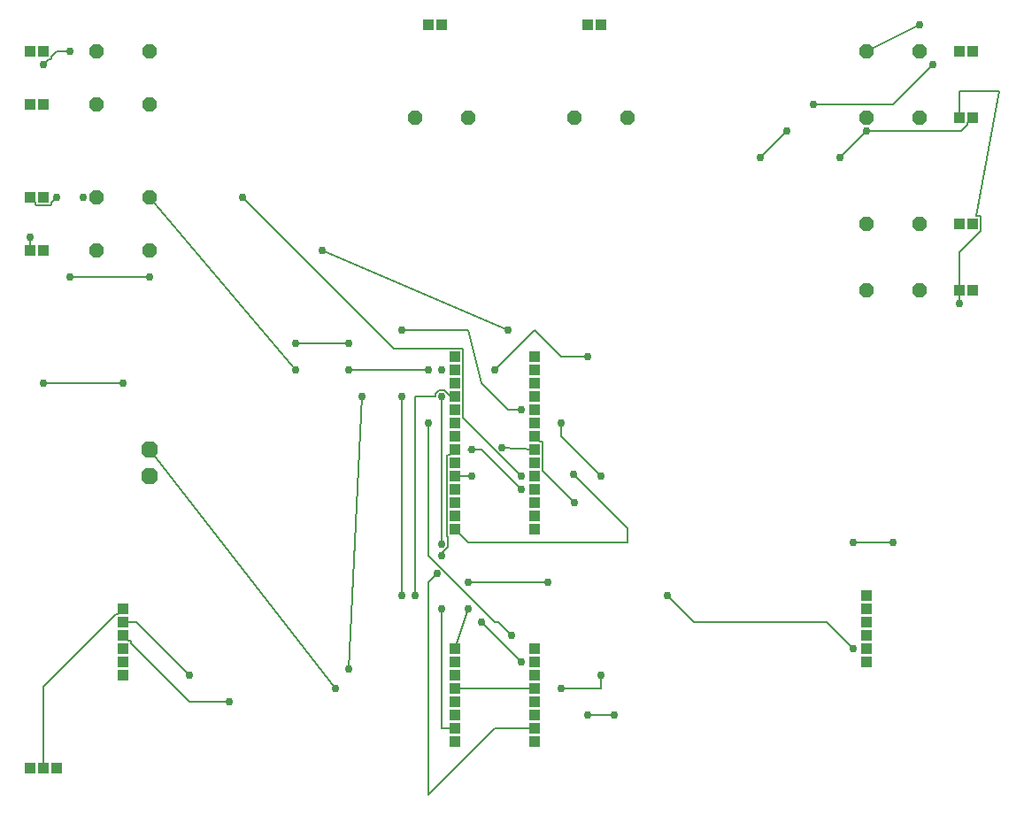
<source format=gbr>
G04 EAGLE Gerber X2 export*
%TF.Part,Single*%
%TF.FileFunction,Copper,L2,Bot,Mixed*%
%TF.FilePolarity,Positive*%
%TF.GenerationSoftware,Autodesk,EAGLE,9.0.1*%
%TF.CreationDate,2019-02-05T07:25:25Z*%
G75*
%MOMM*%
%FSLAX34Y34*%
%LPD*%
%AMOC8*
5,1,8,0,0,1.08239X$1,22.5*%
G01*
%ADD10R,1.108000X1.108000*%
%ADD11P,1.429621X8X22.500000*%
%ADD12P,1.732040X8X112.500000*%
%ADD13C,0.152400*%
%ADD14C,0.756400*%


D10*
X444500Y444500D03*
X444500Y431800D03*
X444500Y419100D03*
X444500Y406400D03*
X444500Y393700D03*
X444500Y381000D03*
X444500Y368300D03*
X444500Y355600D03*
X444500Y342900D03*
X444500Y330200D03*
X444500Y317500D03*
X444500Y304800D03*
X444500Y292100D03*
X444500Y279400D03*
X520700Y444500D03*
X520700Y431800D03*
X520700Y419100D03*
X520700Y406400D03*
X520700Y393700D03*
X520700Y381000D03*
X520700Y368300D03*
X520700Y355600D03*
X520700Y342900D03*
X520700Y330200D03*
X520700Y317500D03*
X520700Y304800D03*
X520700Y292100D03*
X520700Y279400D03*
X444500Y165100D03*
X444500Y152400D03*
X444500Y139700D03*
X444500Y127000D03*
X444500Y114300D03*
X444500Y101600D03*
X444500Y88900D03*
X444500Y76200D03*
X520700Y165100D03*
X520700Y152400D03*
X520700Y139700D03*
X520700Y127000D03*
X520700Y114300D03*
X520700Y101600D03*
X520700Y88900D03*
X520700Y76200D03*
X38100Y546100D03*
X50800Y546100D03*
X927100Y508000D03*
X939800Y508000D03*
X927100Y673100D03*
X939800Y673100D03*
X38100Y685800D03*
X50800Y685800D03*
X571500Y762000D03*
X584200Y762000D03*
X419100Y762000D03*
X431800Y762000D03*
X38100Y736600D03*
X50800Y736600D03*
X927100Y736600D03*
X939800Y736600D03*
X38100Y596900D03*
X50800Y596900D03*
X927100Y571500D03*
X939800Y571500D03*
D11*
X406400Y673100D03*
X457200Y673100D03*
X101600Y736600D03*
X152400Y736600D03*
X838200Y736600D03*
X889000Y736600D03*
X101600Y596900D03*
X152400Y596900D03*
X838200Y571500D03*
X889000Y571500D03*
X838200Y508000D03*
X889000Y508000D03*
X838200Y673100D03*
X889000Y673100D03*
X101600Y546100D03*
X152400Y546100D03*
X101600Y685800D03*
X152400Y685800D03*
X558800Y673100D03*
X609600Y673100D03*
D10*
X127000Y203200D03*
X127000Y190500D03*
X127000Y177800D03*
X127000Y165100D03*
X127000Y152400D03*
X127000Y139700D03*
X838200Y215900D03*
X838200Y203200D03*
X838200Y190500D03*
X838200Y177800D03*
X838200Y165100D03*
X838200Y152400D03*
D12*
X152400Y330200D03*
X152400Y355600D03*
D10*
X38100Y50800D03*
X50800Y50800D03*
X63500Y50800D03*
D13*
X444500Y165100D02*
X457200Y203200D01*
D14*
X457200Y203200D03*
X406400Y215900D03*
D13*
X406400Y406400D01*
X425732Y406400D01*
X425732Y408914D01*
X427509Y410691D01*
X429287Y412468D01*
X434314Y412468D01*
X440382Y406400D02*
X444500Y406400D01*
X440382Y406400D02*
X434314Y412468D01*
X431800Y88900D02*
X444500Y88900D01*
X431800Y88900D02*
X431800Y203200D01*
D14*
X431800Y203200D03*
X393700Y215900D03*
D13*
X393700Y406400D01*
D14*
X393700Y406400D03*
X498320Y177800D03*
D13*
X485620Y190500D01*
X482600Y190500D01*
X457200Y215900D01*
X419100Y254000D01*
D14*
X419100Y381000D03*
D13*
X419100Y254000D01*
X482600Y88900D02*
X520700Y88900D01*
X482600Y88900D02*
X419100Y25400D01*
X419100Y228600D01*
X427509Y237009D01*
X429645Y239145D01*
D14*
X427509Y237009D03*
X431800Y254000D03*
D13*
X431800Y256925D01*
X437868Y262993D01*
X437868Y271719D01*
X436674Y272913D01*
X436674Y349387D02*
X438013Y350726D01*
X439626Y350726D01*
X444500Y355600D01*
X436674Y349387D02*
X436674Y272913D01*
D14*
X342900Y145768D03*
D13*
X355600Y406400D01*
D14*
X355600Y406400D03*
X342900Y431800D03*
D13*
X419100Y431800D01*
D14*
X419100Y431800D03*
X508000Y152400D03*
D13*
X469900Y190500D01*
D14*
X469900Y190500D03*
X431800Y265506D03*
D13*
X431800Y406400D01*
D14*
X431800Y406400D03*
X431800Y431800D03*
X76200Y736600D03*
D13*
X63500Y736600D01*
D14*
X50800Y723900D03*
D13*
X58626Y731726D02*
X63500Y736600D01*
X58626Y731726D02*
X58626Y730113D01*
X57287Y728774D01*
X55674Y728774D01*
X50800Y723900D01*
D14*
X889000Y762000D03*
D13*
X838200Y736600D01*
D14*
X901700Y723900D03*
D13*
X863600Y685800D01*
X787400Y685800D01*
D14*
X787400Y685800D03*
X762000Y660400D03*
D13*
X736600Y635000D01*
D14*
X736600Y635000D03*
X571500Y444500D03*
D13*
X546100Y444500D01*
X520700Y469900D01*
X482600Y431800D01*
D14*
X482600Y431800D03*
X460103Y330200D03*
D13*
X444500Y330200D01*
D14*
X88900Y596900D03*
X63500Y596900D03*
D13*
X58626Y590413D02*
X57287Y589074D01*
X44313Y589074D01*
X42974Y590413D01*
X58626Y592026D02*
X63500Y596900D01*
X58626Y592026D02*
X58626Y590413D01*
X42974Y590413D02*
X42974Y592026D01*
X38100Y596900D01*
X152400Y596900D02*
X292100Y431800D01*
D14*
X292100Y431800D03*
X557721Y332156D03*
D13*
X609600Y280277D01*
X609600Y266700D01*
X457200Y266700D01*
X444500Y279400D01*
D14*
X520700Y292100D03*
D13*
X469900Y355600D02*
X460103Y355600D01*
X457200Y355600D01*
D14*
X460103Y355600D03*
X495300Y469900D03*
D13*
X317500Y546100D01*
D14*
X317500Y546100D03*
X76200Y520700D03*
D13*
X152400Y520700D01*
D14*
X152400Y520700D03*
D13*
X469900Y355600D02*
X508000Y317500D01*
D14*
X508000Y317500D03*
X838200Y660400D03*
D13*
X934926Y666613D02*
X934926Y668226D01*
X939800Y673100D01*
X928713Y660400D02*
X838200Y660400D01*
X928713Y660400D02*
X934926Y666613D01*
X838200Y660400D02*
X812800Y635000D01*
D14*
X812800Y635000D03*
X508000Y330200D03*
D13*
X452326Y385874D01*
X452326Y450987D02*
X450987Y452326D01*
X452326Y450987D02*
X452326Y385874D01*
X385874Y452326D02*
X241300Y596900D01*
X385874Y452326D02*
X450987Y452326D01*
D14*
X241300Y596900D03*
X228600Y114300D03*
D13*
X190500Y114300D01*
X134826Y169974D01*
X134826Y171587D01*
X133487Y172926D01*
X131874Y172926D01*
X127000Y177800D01*
D14*
X190500Y139700D03*
D13*
X139700Y190500D01*
X127000Y190500D01*
D14*
X457200Y228600D03*
D13*
X533400Y228600D01*
D14*
X533400Y228600D03*
X489232Y357550D03*
D13*
X520700Y355600D01*
D14*
X825500Y165100D03*
D13*
X800100Y190500D01*
X673100Y190500D01*
X647700Y215900D01*
D14*
X647700Y215900D03*
X558800Y304800D03*
D13*
X528526Y335074D01*
X528526Y362087D02*
X527187Y363426D01*
X528526Y362087D02*
X528526Y335074D01*
X527187Y363426D02*
X525574Y363426D01*
X520700Y368300D01*
D14*
X863600Y266700D03*
D13*
X825500Y266700D01*
D14*
X825500Y266700D03*
X584200Y330200D03*
D13*
X546100Y368300D01*
X546100Y381000D01*
D14*
X546100Y381000D03*
X596900Y101600D03*
D13*
X571500Y101600D01*
D14*
X571500Y101600D03*
X546100Y127000D03*
D13*
X584200Y127000D01*
X584200Y139700D01*
D14*
X584200Y139700D03*
D13*
X520700Y127000D02*
X444500Y127000D01*
D14*
X330200Y127000D03*
D13*
X152400Y355600D01*
X122126Y198326D02*
X120513Y198326D01*
X122126Y198326D02*
X127000Y203200D01*
X50800Y128613D02*
X50800Y50800D01*
X50800Y128613D02*
X120513Y198326D01*
D14*
X508000Y393700D03*
D13*
X495300Y393700D01*
D14*
X50800Y419100D03*
D13*
X469900Y419100D02*
X495300Y393700D01*
D14*
X927100Y495300D03*
D13*
X947626Y565013D02*
X947626Y577987D01*
X946287Y579326D01*
X942855Y579326D01*
X965200Y698500D01*
X927100Y544487D02*
X927100Y495300D01*
X927100Y544487D02*
X947626Y565013D01*
X965200Y698500D02*
X927100Y698500D01*
X927100Y673100D01*
X38100Y558800D02*
X38100Y546100D01*
D14*
X38100Y558800D03*
D13*
X457200Y469900D02*
X469900Y419100D01*
X457200Y469900D02*
X393700Y469900D01*
D14*
X393700Y469900D03*
X342900Y457200D03*
D13*
X292100Y457200D01*
D14*
X292100Y457200D03*
X127000Y419100D03*
D13*
X50800Y419100D01*
M02*

</source>
